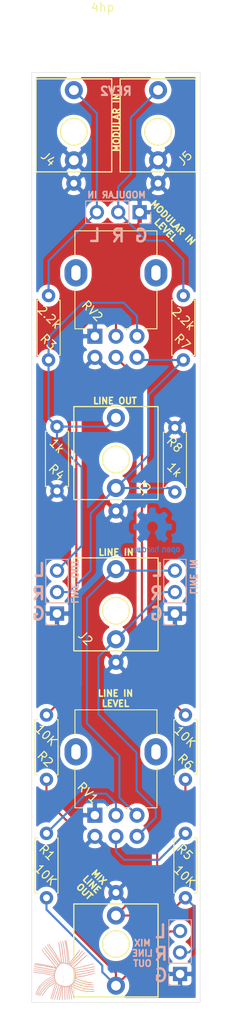
<source format=kicad_pcb>
(kicad_pcb (version 20171130) (host pcbnew "(5.1.6-0-10_14)")
  (layers (0 F.Cu signal) (31 B.Cu signal) (34 B.Paste user) (35 F.Paste user) (36 B.SilkS user) (37 F.SilkS user) (38 B.Mask user) (39 F.Mask user) (44 Edge.Cuts user))
  (net 0 "")
  (net 1 "Net-(J4-Pad3)")
  (net 2 GND)
  (net 3 "Net-(J5-Pad3)")
  (net 4 "Net-(J1-PadT)")
  (net 5 "Net-(R1-Pad1)")
  (net 6 "Net-(R2-Pad1)")
  (net 7 "Net-(J3-PadT)")
  (net 8 "Net-(J1-PadR)")
  (net 9 "Net-(R5-Pad1)")
  (net 10 "Net-(R6-Pad1)")
  (net 11 "Net-(J3-PadR)")
  (net 12 "Net-(J2-PadT)")
  (net 13 "Net-(J2-PadR)")
  (module Symbol:OSHW-Logo2_7.3x6mm_Copper (layer B.Cu) (at 64.3382 104.2162 180)
    (fp_text reference REF** hide)
    (fp_text value OSHW-Logo2_7.3x6mm_Copper hide)
    (fp_poly (pts (xy -2.400256 -1.919918) (xy -2.344799 -1.947568) (xy -2.295852 -1.99848) (xy -2.282371 -2.017338) (xy -2.267686 -2.042015) (xy -2.258158 -2.068816) (xy -2.252707 -2.104587) (xy -2.250253 -2.156169) (xy -2.249714 -2.224267) (xy -2.252148 -2.317588) (xy -2.260606 -2.387657) (xy -2.276826 -2.439931) (xy -2.302546 -2.479869) (xy -2.339503 -2.512929) (xy -2.342218 -2.514886) (xy -2.37864 -2.534908) (xy -2.422498 -2.544815) (xy -2.478276 -2.547257) (xy -2.568952 -2.547257) (xy -2.56899 -2.635283) (xy -2.569834 -2.684308) (xy -2.574976 -2.713065) (xy -2.588413 -2.730311) (xy -2.614142 -2.744808) (xy -2.620321 -2.747769) (xy -2.649236 -2.761648) (xy -2.671624 -2.770414) (xy -2.688271 -2.771171) (xy -2.699964 -2.761023) (xy -2.70749 -2.737073) (xy -2.711634 -2.696426) (xy -2.713185 -2.636186) (xy -2.712929 -2.553455) (xy -2.711651 -2.445339) (xy -2.711252 -2.413) (xy -2.709815 -2.301524) (xy -2.708528 -2.228603) (xy -2.569029 -2.228603) (xy -2.568245 -2.290499) (xy -2.56476 -2.330997) (xy -2.556876 -2.357708) (xy -2.542895 -2.378244) (xy -2.533403 -2.38826) (xy -2.494596 -2.417567) (xy -2.460237 -2.419952) (xy -2.424784 -2.39575) (xy -2.423886 -2.394857) (xy -2.409461 -2.376153) (xy -2.400687 -2.350732) (xy -2.396261 -2.311584) (xy -2.394882 -2.251697) (xy -2.394857 -2.23843) (xy -2.398188 -2.155901) (xy -2.409031 -2.098691) (xy -2.42866 -2.063766) (xy -2.45835 -2.048094) (xy -2.475509 -2.046514) (xy -2.516234 -2.053926) (xy -2.544168 -2.07833) (xy -2.560983 -2.12298) (xy -2.56835 -2.19113) (xy -2.569029 -2.228603) (xy -2.708528 -2.228603) (xy -2.708292 -2.215245) (xy -2.706323 -2.150333) (xy -2.70355 -2.102958) (xy -2.699612 -2.06929) (xy -2.694151 -2.045498) (xy -2.686808 -2.027753) (xy -2.677223 -2.012224) (xy -2.673113 -2.006381) (xy -2.618595 -1.951185) (xy -2.549664 -1.91989) (xy -2.469928 -1.911165) (xy -2.400256 -1.919918)) (layer B.Cu) (width 0.01))
    (fp_poly (pts (xy -1.283907 -1.92778) (xy -1.237328 -1.954723) (xy -1.204943 -1.981466) (xy -1.181258 -2.009484) (xy -1.164941 -2.043748) (xy -1.154661 -2.089227) (xy -1.149086 -2.150892) (xy -1.146884 -2.233711) (xy -1.146629 -2.293246) (xy -1.146629 -2.512391) (xy -1.208314 -2.540044) (xy -1.27 -2.567697) (xy -1.277257 -2.32767) (xy -1.280256 -2.238028) (xy -1.283402 -2.172962) (xy -1.287299 -2.128026) (xy -1.292553 -2.09877) (xy -1.299769 -2.080748) (xy -1.30955 -2.069511) (xy -1.312688 -2.067079) (xy -1.360239 -2.048083) (xy -1.408303 -2.0556) (xy -1.436914 -2.075543) (xy -1.448553 -2.089675) (xy -1.456609 -2.10822) (xy -1.461729 -2.136334) (xy -1.464559 -2.179173) (xy -1.465744 -2.241895) (xy -1.465943 -2.307261) (xy -1.465982 -2.389268) (xy -1.467386 -2.447316) (xy -1.472086 -2.486465) (xy -1.482013 -2.51178) (xy -1.499097 -2.528323) (xy -1.525268 -2.541156) (xy -1.560225 -2.554491) (xy -1.598404 -2.569007) (xy -1.593859 -2.311389) (xy -1.592029 -2.218519) (xy -1.589888 -2.149889) (xy -1.586819 -2.100711) (xy -1.582206 -2.066198) (xy -1.575432 -2.041562) (xy -1.565881 -2.022016) (xy -1.554366 -2.00477) (xy -1.49881 -1.94968) (xy -1.43102 -1.917822) (xy -1.357287 -1.910191) (xy -1.283907 -1.92778)) (layer B.Cu) (width 0.01))
    (fp_poly (pts (xy -2.958885 -1.921962) (xy -2.890855 -1.957733) (xy -2.840649 -2.015301) (xy -2.822815 -2.052312) (xy -2.808937 -2.107882) (xy -2.801833 -2.178096) (xy -2.80116 -2.254727) (xy -2.806573 -2.329552) (xy -2.81773 -2.394342) (xy -2.834286 -2.440873) (xy -2.839374 -2.448887) (xy -2.899645 -2.508707) (xy -2.971231 -2.544535) (xy -3.048908 -2.55502) (xy -3.127452 -2.53881) (xy -3.149311 -2.529092) (xy -3.191878 -2.499143) (xy -3.229237 -2.459433) (xy -3.232768 -2.454397) (xy -3.247119 -2.430124) (xy -3.256606 -2.404178) (xy -3.26221 -2.370022) (xy -3.264914 -2.321119) (xy -3.265701 -2.250935) (xy -3.265714 -2.2352) (xy -3.265678 -2.230192) (xy -3.120571 -2.230192) (xy -3.119727 -2.29643) (xy -3.116404 -2.340386) (xy -3.109417 -2.368779) (xy -3.097584 -2.388325) (xy -3.091543 -2.394857) (xy -3.056814 -2.41968) (xy -3.023097 -2.418548) (xy -2.989005 -2.397016) (xy -2.968671 -2.374029) (xy -2.956629 -2.340478) (xy -2.949866 -2.287569) (xy -2.949402 -2.281399) (xy -2.948248 -2.185513) (xy -2.960312 -2.114299) (xy -2.98543 -2.068194) (xy -3.02344 -2.047635) (xy -3.037008 -2.046514) (xy -3.072636 -2.052152) (xy -3.097006 -2.071686) (xy -3.111907 -2.109042) (xy -3.119125 -2.16815) (xy -3.120571 -2.230192) (xy -3.265678 -2.230192) (xy -3.265174 -2.160413) (xy -3.262904 -2.108159) (xy -3.257932 -2.071949) (xy -3.249287 -2.045299) (xy -3.235995 -2.021722) (xy -3.233057 -2.017338) (xy -3.183687 -1.958249) (xy -3.129891 -1.923947) (xy -3.064398 -1.910331) (xy -3.042158 -1.909665) (xy -2.958885 -1.921962)) (layer B.Cu) (width 0.01))
    (fp_poly (pts (xy -1.831697 -1.931239) (xy -1.774473 -1.969735) (xy -1.730251 -2.025335) (xy -1.703833 -2.096086) (xy -1.69849 -2.148162) (xy -1.699097 -2.169893) (xy -1.704178 -2.186531) (xy -1.718145 -2.201437) (xy -1.745411 -2.217973) (xy -1.790388 -2.239498) (xy -1.857489 -2.269374) (xy -1.857829 -2.269524) (xy -1.919593 -2.297813) (xy -1.970241 -2.322933) (xy -2.004596 -2.342179) (xy -2.017482 -2.352848) (xy -2.017486 -2.352934) (xy -2.006128 -2.376166) (xy -1.979569 -2.401774) (xy -1.949077 -2.420221) (xy -1.93363 -2.423886) (xy -1.891485 -2.411212) (xy -1.855192 -2.379471) (xy -1.837483 -2.344572) (xy -1.820448 -2.318845) (xy -1.787078 -2.289546) (xy -1.747851 -2.264235) (xy -1.713244 -2.250471) (xy -1.706007 -2.249714) (xy -1.697861 -2.26216) (xy -1.69737 -2.293972) (xy -1.703357 -2.336866) (xy -1.714643 -2.382558) (xy -1.73005 -2.422761) (xy -1.730829 -2.424322) (xy -1.777196 -2.489062) (xy -1.837289 -2.533097) (xy -1.905535 -2.554711) (xy -1.976362 -2.552185) (xy -2.044196 -2.523804) (xy -2.047212 -2.521808) (xy -2.100573 -2.473448) (xy -2.13566 -2.410352) (xy -2.155078 -2.327387) (xy -2.157684 -2.304078) (xy -2.162299 -2.194055) (xy -2.156767 -2.142748) (xy -2.017486 -2.142748) (xy -2.015676 -2.174753) (xy -2.005778 -2.184093) (xy -1.981102 -2.177105) (xy -1.942205 -2.160587) (xy -1.898725 -2.139881) (xy -1.897644 -2.139333) (xy -1.860791 -2.119949) (xy -1.846 -2.107013) (xy -1.849647 -2.093451) (xy -1.865005 -2.075632) (xy -1.904077 -2.049845) (xy -1.946154 -2.04795) (xy -1.983897 -2.066717) (xy -2.009966 -2.102915) (xy -2.017486 -2.142748) (xy -2.156767 -2.142748) (xy -2.152806 -2.106027) (xy -2.12845 -2.036212) (xy -2.094544 -1.987302) (xy -2.033347 -1.937878) (xy -1.965937 -1.913359) (xy -1.89712 -1.911797) (xy -1.831697 -1.931239)) (layer B.Cu) (width 0.01))
    (fp_poly (pts (xy -0.624114 -1.851289) (xy -0.619861 -1.910613) (xy -0.614975 -1.945572) (xy -0.608205 -1.96082) (xy -0.598298 -1.961015) (xy -0.595086 -1.959195) (xy -0.552356 -1.946015) (xy -0.496773 -1.946785) (xy -0.440263 -1.960333) (xy -0.404918 -1.977861) (xy -0.368679 -2.005861) (xy -0.342187 -2.037549) (xy -0.324001 -2.077813) (xy -0.312678 -2.131543) (xy -0.306778 -2.203626) (xy -0.304857 -2.298951) (xy -0.304823 -2.317237) (xy -0.3048 -2.522646) (xy -0.350509 -2.53858) (xy -0.382973 -2.54942) (xy -0.400785 -2.554468) (xy -0.401309 -2.554514) (xy -0.403063 -2.540828) (xy -0.404556 -2.503076) (xy -0.405674 -2.446224) (xy -0.406303 -2.375234) (xy -0.4064 -2.332073) (xy -0.406602 -2.246973) (xy -0.407642 -2.185981) (xy -0.410169 -2.144177) (xy -0.414836 -2.116642) (xy -0.422293 -2.098456) (xy -0.433189 -2.084698) (xy -0.439993 -2.078073) (xy -0.486728 -2.051375) (xy -0.537728 -2.049375) (xy -0.583999 -2.071955) (xy -0.592556 -2.080107) (xy -0.605107 -2.095436) (xy -0.613812 -2.113618) (xy -0.619369 -2.139909) (xy -0.622474 -2.179562) (xy -0.623824 -2.237832) (xy -0.624114 -2.318173) (xy -0.624114 -2.522646) (xy -0.669823 -2.53858) (xy -0.702287 -2.54942) (xy -0.720099 -2.554468) (xy -0.720623 -2.554514) (xy -0.721963 -2.540623) (xy -0.723172 -2.501439) (xy -0.724199 -2.4407) (xy -0.724998 -2.362141) (xy -0.725519 -2.269498) (xy -0.725714 -2.166509) (xy -0.725714 -1.769342) (xy -0.678543 -1.749444) (xy -0.631371 -1.729547) (xy -0.624114 -1.851289)) (layer B.Cu) (width 0.01))
    (fp_poly (pts (xy 0.039744 -1.950968) (xy 0.096616 -1.972087) (xy 0.097267 -1.972493) (xy 0.13244 -1.99838) (xy 0.158407 -2.028633) (xy 0.17667 -2.068058) (xy 0.188732 -2.121462) (xy 0.196096 -2.193651) (xy 0.200264 -2.289432) (xy 0.200629 -2.303078) (xy 0.205876 -2.508842) (xy 0.161716 -2.531678) (xy 0.129763 -2.54711) (xy 0.11047 -2.554423) (xy 0.109578 -2.554514) (xy 0.106239 -2.541022) (xy 0.103587 -2.504626) (xy 0.101956 -2.451452) (xy 0.1016 -2.408393) (xy 0.101592 -2.338641) (xy 0.098403 -2.294837) (xy 0.087288 -2.273944) (xy 0.063501 -2.272925) (xy 0.022296 -2.288741) (xy -0.039914 -2.317815) (xy -0.085659 -2.341963) (xy -0.109187 -2.362913) (xy -0.116104 -2.385747) (xy -0.116114 -2.386877) (xy -0.104701 -2.426212) (xy -0.070908 -2.447462) (xy -0.019191 -2.450539) (xy 0.018061 -2.450006) (xy 0.037703 -2.460735) (xy 0.049952 -2.486505) (xy 0.057002 -2.519337) (xy 0.046842 -2.537966) (xy 0.043017 -2.540632) (xy 0.007001 -2.55134) (xy -0.043434 -2.552856) (xy -0.095374 -2.545759) (xy -0.132178 -2.532788) (xy -0.183062 -2.489585) (xy -0.211986 -2.429446) (xy -0.217714 -2.382462) (xy -0.213343 -2.340082) (xy -0.197525 -2.305488) (xy -0.166203 -2.274763) (xy -0.115322 -2.24399) (xy -0.040824 -2.209252) (xy -0.036286 -2.207288) (xy 0.030821 -2.176287) (xy 0.072232 -2.150862) (xy 0.089981 -2.128014) (xy 0.086107 -2.104745) (xy 0.062643 -2.078056) (xy 0.055627 -2.071914) (xy 0.00863 -2.0481) (xy -0.040067 -2.049103) (xy -0.082478 -2.072451) (xy -0.110616 -2.115675) (xy -0.113231 -2.12416) (xy -0.138692 -2.165308) (xy -0.170999 -2.185128) (xy -0.217714 -2.20477) (xy -0.217714 -2.15395) (xy -0.203504 -2.080082) (xy -0.161325 -2.012327) (xy -0.139376 -1.989661) (xy -0.089483 -1.960569) (xy -0.026033 -1.9474) (xy 0.039744 -1.950968)) (layer B.Cu) (width 0.01))
    (fp_poly (pts (xy 0.529926 -1.949755) (xy 0.595858 -1.974084) (xy 0.649273 -2.017117) (xy 0.670164 -2.047409) (xy 0.692939 -2.102994) (xy 0.692466 -2.143186) (xy 0.668562 -2.170217) (xy 0.659717 -2.174813) (xy 0.62153 -2.189144) (xy 0.602028 -2.185472) (xy 0.595422 -2.161407) (xy 0.595086 -2.148114) (xy 0.582992 -2.09921) (xy 0.551471 -2.064999) (xy 0.507659 -2.048476) (xy 0.458695 -2.052634) (xy 0.418894 -2.074227) (xy 0.40545 -2.086544) (xy 0.395921 -2.101487) (xy 0.389485 -2.124075) (xy 0.385317 -2.159328) (xy 0.382597 -2.212266) (xy 0.380502 -2.287907) (xy 0.37996 -2.311857) (xy 0.377981 -2.39379) (xy 0.375731 -2.451455) (xy 0.372357 -2.489608) (xy 0.367006 -2.513004) (xy 0.358824 -2.526398) (xy 0.346959 -2.534545) (xy 0.339362 -2.538144) (xy 0.307102 -2.550452) (xy 0.288111 -2.554514) (xy 0.281836 -2.540948) (xy 0.278006 -2.499934) (xy 0.2766 -2.430999) (xy 0.277598 -2.333669) (xy 0.277908 -2.318657) (xy 0.280101 -2.229859) (xy 0.282693 -2.165019) (xy 0.286382 -2.119067) (xy 0.291864 -2.086935) (xy 0.299835 -2.063553) (xy 0.310993 -2.043852) (xy 0.31683 -2.03541) (xy 0.350296 -1.998057) (xy 0.387727 -1.969003) (xy 0.392309 -1.966467) (xy 0.459426 -1.946443) (xy 0.529926 -1.949755)) (layer B.Cu) (width 0.01))
    (fp_poly (pts (xy 1.190117 -2.065358) (xy 1.189933 -2.173837) (xy 1.189219 -2.257287) (xy 1.187675 -2.319704) (xy 1.185001 -2.365085) (xy 1.180894 -2.397429) (xy 1.175055 -2.420733) (xy 1.167182 -2.438995) (xy 1.161221 -2.449418) (xy 1.111855 -2.505945) (xy 1.049264 -2.541377) (xy 0.980013 -2.55409) (xy 0.910668 -2.542463) (xy 0.869375 -2.521568) (xy 0.826025 -2.485422) (xy 0.796481 -2.441276) (xy 0.778655 -2.383462) (xy 0.770463 -2.306313) (xy 0.769302 -2.249714) (xy 0.769458 -2.245647) (xy 0.870857 -2.245647) (xy 0.871476 -2.31055) (xy 0.874314 -2.353514) (xy 0.88084 -2.381622) (xy 0.892523 -2.401953) (xy 0.906483 -2.417288) (xy 0.953365 -2.44689) (xy 1.003701 -2.449419) (xy 1.051276 -2.424705) (xy 1.054979 -2.421356) (xy 1.070783 -2.403935) (xy 1.080693 -2.383209) (xy 1.086058 -2.352362) (xy 1.088228 -2.304577) (xy 1.088571 -2.251748) (xy 1.087827 -2.185381) (xy 1.084748 -2.141106) (xy 1.078061 -2.112009) (xy 1.066496 -2.091173) (xy 1.057013 -2.080107) (xy 1.01296 -2.052198) (xy 0.962224 -2.048843) (xy 0.913796 -2.070159) (xy 0.90445 -2.078073) (xy 0.88854 -2.095647) (xy 0.87861 -2.116587) (xy 0.873278 -2.147782) (xy 0.871163 -2.196122) (xy 0.870857 -2.245647) (xy 0.769458 -2.245647) (xy 0.77281 -2.158568) (xy 0.784726 -2.090086) (xy 0.807135 -2.0386) (xy 0.842124 -1.998443) (xy 0.869375 -1.977861) (xy 0.918907 -1.955625) (xy 0.976316 -1.945304) (xy 1.029682 -1.948067) (xy 1.059543 -1.959212) (xy 1.071261 -1.962383) (xy 1.079037 -1.950557) (xy 1.084465 -1.918866) (xy 1.088571 -1.870593) (xy 1.093067 -1.816829) (xy 1.099313 -1.784482) (xy 1.110676 -1.765985) (xy 1.130528 -1.75377) (xy 1.143 -1.748362) (xy 1.190171 -1.728601) (xy 1.190117 -2.065358)) (layer B.Cu) (width 0.01))
    (fp_poly (pts (xy 1.779833 -1.958663) (xy 1.782048 -1.99685) (xy 1.783784 -2.054886) (xy 1.784899 -2.12818) (xy 1.785257 -2.205055) (xy 1.785257 -2.465196) (xy 1.739326 -2.511127) (xy 1.707675 -2.539429) (xy 1.67989 -2.550893) (xy 1.641915 -2.550168) (xy 1.62684 -2.548321) (xy 1.579726 -2.542948) (xy 1.540756 -2.539869) (xy 1.531257 -2.539585) (xy 1.499233 -2.541445) (xy 1.453432 -2.546114) (xy 1.435674 -2.548321) (xy 1.392057 -2.551735) (xy 1.362745 -2.54432) (xy 1.33368 -2.521427) (xy 1.323188 -2.511127) (xy 1.277257 -2.465196) (xy 1.277257 -1.978602) (xy 1.314226 -1.961758) (xy 1.346059 -1.949282) (xy 1.364683 -1.944914) (xy 1.369458 -1.958718) (xy 1.373921 -1.997286) (xy 1.377775 -2.056356) (xy 1.380722 -2.131663) (xy 1.382143 -2.195286) (xy 1.386114 -2.445657) (xy 1.420759 -2.450556) (xy 1.452268 -2.447131) (xy 1.467708 -2.436041) (xy 1.472023 -2.415308) (xy 1.475708 -2.371145) (xy 1.478469 -2.309146) (xy 1.480012 -2.234909) (xy 1.480235 -2.196706) (xy 1.480457 -1.976783) (xy 1.526166 -1.960849) (xy 1.558518 -1.950015) (xy 1.576115 -1.944962) (xy 1.576623 -1.944914) (xy 1.578388 -1.958648) (xy 1.580329 -1.99673) (xy 1.582282 -2.054482) (xy 1.584084 -2.127227) (xy 1.585343 -2.195286) (xy 1.589314 -2.445657) (xy 1.6764 -2.445657) (xy 1.680396 -2.21724) (xy 1.684392 -1.988822) (xy 1.726847 -1.966868) (xy 1.758192 -1.951793) (xy 1.776744 -1.944951) (xy 1.777279 -1.944914) (xy 1.779833 -1.958663)) (layer B.Cu) (width 0.01))
    (fp_poly (pts (xy 2.144876 -1.956335) (xy 2.186667 -1.975344) (xy 2.219469 -1.998378) (xy 2.243503 -2.024133) (xy 2.260097 -2.057358) (xy 2.270577 -2.1028) (xy 2.276271 -2.165207) (xy 2.278507 -2.249327) (xy 2.278743 -2.304721) (xy 2.278743 -2.520826) (xy 2.241774 -2.53767) (xy 2.212656 -2.549981) (xy 2.198231 -2.554514) (xy 2.195472 -2.541025) (xy 2.193282 -2.504653) (xy 2.191942 -2.451542) (xy 2.191657 -2.409372) (xy 2.190434 -2.348447) (xy 2.187136 -2.300115) (xy 2.182321 -2.270518) (xy 2.178496 -2.264229) (xy 2.152783 -2.270652) (xy 2.112418 -2.287125) (xy 2.065679 -2.309458) (xy 2.020845 -2.333457) (xy 1.986193 -2.35493) (xy 1.970002 -2.369685) (xy 1.969938 -2.369845) (xy 1.97133 -2.397152) (xy 1.983818 -2.423219) (xy 2.005743 -2.444392) (xy 2.037743 -2.451474) (xy 2.065092 -2.450649) (xy 2.103826 -2.450042) (xy 2.124158 -2.459116) (xy 2.136369 -2.483092) (xy 2.137909 -2.487613) (xy 2.143203 -2.521806) (xy 2.129047 -2.542568) (xy 2.092148 -2.552462) (xy 2.052289 -2.554292) (xy 1.980562 -2.540727) (xy 1.943432 -2.521355) (xy 1.897576 -2.475845) (xy 1.873256 -2.419983) (xy 1.871073 -2.360957) (xy 1.891629 -2.305953) (xy 1.922549 -2.271486) (xy 1.95342 -2.252189) (xy 2.001942 -2.227759) (xy 2.058485 -2.202985) (xy 2.06791 -2.199199) (xy 2.130019 -2.171791) (xy 2.165822 -2.147634) (xy 2.177337 -2.123619) (xy 2.16658 -2.096635) (xy 2.148114 -2.075543) (xy 2.104469 -2.049572) (xy 2.056446 -2.047624) (xy 2.012406 -2.067637) (xy 1.980709 -2.107551) (xy 1.976549 -2.117848) (xy 1.952327 -2.155724) (xy 1.916965 -2.183842) (xy 1.872343 -2.206917) (xy 1.872343 -2.141485) (xy 1.874969 -2.101506) (xy 1.88623 -2.069997) (xy 1.911199 -2.036378) (xy 1.935169 -2.010484) (xy 1.972441 -1.973817) (xy 2.001401 -1.954121) (xy 2.032505 -1.94622) (xy 2.067713 -1.944914) (xy 2.144876 -1.956335)) (layer B.Cu) (width 0.01))
    (fp_poly (pts (xy 2.6526 -1.958752) (xy 2.669948 -1.966334) (xy 2.711356 -1.999128) (xy 2.746765 -2.046547) (xy 2.768664 -2.097151) (xy 2.772229 -2.122098) (xy 2.760279 -2.156927) (xy 2.734067 -2.175357) (xy 2.705964 -2.186516) (xy 2.693095 -2.188572) (xy 2.686829 -2.173649) (xy 2.674456 -2.141175) (xy 2.669028 -2.126502) (xy 2.63859 -2.075744) (xy 2.59452 -2.050427) (xy 2.53801 -2.051206) (xy 2.533825 -2.052203) (xy 2.503655 -2.066507) (xy 2.481476 -2.094393) (xy 2.466327 -2.139287) (xy 2.45725 -2.204615) (xy 2.453286 -2.293804) (xy 2.452914 -2.341261) (xy 2.45273 -2.416071) (xy 2.451522 -2.467069) (xy 2.448309 -2.499471) (xy 2.442109 -2.518495) (xy 2.43194 -2.529356) (xy 2.416819 -2.537272) (xy 2.415946 -2.53767) (xy 2.386828 -2.549981) (xy 2.372403 -2.554514) (xy 2.370186 -2.540809) (xy 2.368289 -2.502925) (xy 2.366847 -2.445715) (xy 2.365998 -2.374027) (xy 2.365829 -2.321565) (xy 2.366692 -2.220047) (xy 2.37007 -2.143032) (xy 2.377142 -2.086023) (xy 2.389088 -2.044526) (xy 2.40709 -2.014043) (xy 2.432327 -1.99008) (xy 2.457247 -1.973355) (xy 2.517171 -1.951097) (xy 2.586911 -1.946076) (xy 2.6526 -1.958752)) (layer B.Cu) (width 0.01))
    (fp_poly (pts (xy 3.153595 -1.966966) (xy 3.211021 -2.004497) (xy 3.238719 -2.038096) (xy 3.260662 -2.099064) (xy 3.262405 -2.147308) (xy 3.258457 -2.211816) (xy 3.109686 -2.276934) (xy 3.037349 -2.310202) (xy 2.990084 -2.336964) (xy 2.965507 -2.360144) (xy 2.961237 -2.382667) (xy 2.974889 -2.407455) (xy 2.989943 -2.423886) (xy 3.033746 -2.450235) (xy 3.081389 -2.452081) (xy 3.125145 -2.431546) (xy 3.157289 -2.390752) (xy 3.163038 -2.376347) (xy 3.190576 -2.331356) (xy 3.222258 -2.312182) (xy 3.265714 -2.295779) (xy 3.265714 -2.357966) (xy 3.261872 -2.400283) (xy 3.246823 -2.435969) (xy 3.21528 -2.476943) (xy 3.210592 -2.482267) (xy 3.175506 -2.51872) (xy 3.145347 -2.538283) (xy 3.107615 -2.547283) (xy 3.076335 -2.55023) (xy 3.020385 -2.550965) (xy 2.980555 -2.54166) (xy 2.955708 -2.527846) (xy 2.916656 -2.497467) (xy 2.889625 -2.464613) (xy 2.872517 -2.423294) (xy 2.863238 -2.367521) (xy 2.859693 -2.291305) (xy 2.85941 -2.252622) (xy 2.860372 -2.206247) (xy 2.948007 -2.206247) (xy 2.949023 -2.231126) (xy 2.951556 -2.2352) (xy 2.968274 -2.229665) (xy 3.004249 -2.215017) (xy 3.052331 -2.19419) (xy 3.062386 -2.189714) (xy 3.123152 -2.158814) (xy 3.156632 -2.131657) (xy 3.16399 -2.10622) (xy 3.146391 -2.080481) (xy 3.131856 -2.069109) (xy 3.07941 -2.046364) (xy 3.030322 -2.050122) (xy 2.989227 -2.077884) (xy 2.960758 -2.127152) (xy 2.951631 -2.166257) (xy 2.948007 -2.206247) (xy 2.860372 -2.206247) (xy 2.861285 -2.162249) (xy 2.868196 -2.095384) (xy 2.881884 -2.046695) (xy 2.904096 -2.010849) (xy 2.936574 -1.982513) (xy 2.950733 -1.973355) (xy 3.015053 -1.949507) (xy 3.085473 -1.948006) (xy 3.153595 -1.966966)) (layer B.Cu) (width 0.01))
    (fp_poly (pts (xy 0.10391 2.757652) (xy 0.182454 2.757222) (xy 0.239298 2.756058) (xy 0.278105 2.753793) (xy 0.302538 2.75006) (xy 0.316262 2.744494) (xy 0.32294 2.736727) (xy 0.326236 2.726395) (xy 0.326556 2.725057) (xy 0.331562 2.700921) (xy 0.340829 2.653299) (xy 0.353392 2.587259) (xy 0.368287 2.507872) (xy 0.384551 2.420204) (xy 0.385119 2.417125) (xy 0.40141 2.331211) (xy 0.416652 2.255304) (xy 0.429861 2.193955) (xy 0.440054 2.151718) (xy 0.446248 2.133145) (xy 0.446543 2.132816) (xy 0.464788 2.123747) (xy 0.502405 2.108633) (xy 0.551271 2.090738) (xy 0.551543 2.090642) (xy 0.613093 2.067507) (xy 0.685657 2.038035) (xy 0.754057 2.008403) (xy 0.757294 2.006938) (xy 0.868702 1.956374) (xy 1.115399 2.12484) (xy 1.191077 2.176197) (xy 1.259631 2.222111) (xy 1.317088 2.25997) (xy 1.359476 2.287163) (xy 1.382825 2.301079) (xy 1.385042 2.302111) (xy 1.40201 2.297516) (xy 1.433701 2.275345) (xy 1.481352 2.234553) (xy 1.546198 2.174095) (xy 1.612397 2.109773) (xy 1.676214 2.046388) (xy 1.733329 1.988549) (xy 1.780305 1.939825) (xy 1.813703 1.90379) (xy 1.830085 1.884016) (xy 1.830694 1.882998) (xy 1.832505 1.869428) (xy 1.825683 1.847267) (xy 1.80854 1.813522) (xy 1.779393 1.7652) (xy 1.736555 1.699308) (xy 1.679448 1.614483) (xy 1.628766 1.539823) (xy 1.583461 1.47286) (xy 1.54615 1.417484) (xy 1.519452 1.37758) (xy 1.505985 1.357038) (xy 1.505137 1.355644) (xy 1.506781 1.335962) (xy 1.519245 1.297707) (xy 1.540048 1.248111) (xy 1.547462 1.232272) (xy 1.579814 1.16171) (xy 1.614328 1.081647) (xy 1.642365 1.012371) (xy 1.662568 0.960955) (xy 1.678615 0.921881) (xy 1.687888 0.901459) (xy 1.689041 0.899886) (xy 1.706096 0.897279) (xy 1.746298 0.890137) (xy 1.804302 0.879477) (xy 1.874763 0.866315) (xy 1.952335 0.851667) (xy 2.031672 0.836551) (xy 2.107431 0.821982) (xy 2.174264 0.808978) (xy 2.226828 0.798555) (xy 2.259776 0.79173) (xy 2.267857 0.789801) (xy 2.276205 0.785038) (xy 2.282506 0.774282) (xy 2.287045 0.753902) (xy 2.290104 0.720266) (xy 2.291967 0.669745) (xy 2.292918 0.598708) (xy 2.29324 0.503524) (xy 2.293257 0.464508) (xy 2.293257 0.147201) (xy 2.217057 0.132161) (xy 2.174663 0.124005) (xy 2.1114 0.112101) (xy 2.034962 0.097884) (xy 1.953043 0.08279) (xy 1.9304 0.078645) (xy 1.854806 0.063947) (xy 1.788953 0.049495) (xy 1.738366 0.036625) (xy 1.708574 0.026678) (xy 1.703612 0.023713) (xy 1.691426 0.002717) (xy 1.673953 -0.037967) (xy 1.654577 -0.090322) (xy 1.650734 -0.1016) (xy 1.625339 -0.171523) (xy 1.593817 -0.250418) (xy 1.562969 -0.321266) (xy 1.562817 -0.321595) (xy 1.511447 -0.432733) (xy 1.680399 -0.681253) (xy 1.849352 -0.929772) (xy 1.632429 -1.147058) (xy 1.566819 -1.211726) (xy 1.506979 -1.268733) (xy 1.456267 -1.315033) (xy 1.418046 -1.347584) (xy 1.395675 -1.363343) (xy 1.392466 -1.364343) (xy 1.373626 -1.356469) (xy 1.33518 -1.334578) (xy 1.28133 -1.301267) (xy 1.216276 -1.259131) (xy 1.14594 -1.211943) (xy 1.074555 -1.16381) (xy 1.010908 -1.121928) (xy 0.959041 -1.088871) (xy 0.922995 -1.067218) (xy 0.906867 -1.059543) (xy 0.887189 -1.066037) (xy 0.849875 -1.08315) (xy 0.802621 -1.107326) (xy 0.797612 -1.110013) (xy 0.733977 -1.141927) (xy 0.690341 -1.157579) (xy 0.663202 -1.157745) (xy 0.649057 -1.143204) (xy 0.648975 -1.143) (xy 0.641905 -1.125779) (xy 0.625042 -1.084899) (xy 0.599695 -1.023525) (xy 0.567171 -0.944819) (xy 0.528778 -0.851947) (xy 0.485822 -0.748072) (xy 0.444222 -0.647502) (xy 0.398504 -0.536516) (xy 0.356526 -0.433703) (xy 0.319548 -0.342215) (xy 0.288827 -0.265201) (xy 0.265622 -0.205815) (xy 0.25119 -0.167209) (xy 0.246743 -0.1528) (xy 0.257896 -0.136272) (xy 0.287069 -0.10993) (xy 0.325971 -0.080887) (xy 0.436757 0.010961) (xy 0.523351 0.116241) (xy 0.584716 0.232734) (xy 0.619815 0.358224) (xy 0.627608 0.490493) (xy 0.621943 0.551543) (xy 0.591078 0.678205) (xy 0.53792 0.790059) (xy 0.465767 0.885999) (xy 0.377917 0.964924) (xy 0.277665 1.02573) (xy 0.16831 1.067313) (xy 0.053147 1.088572) (xy -0.064525 1.088401) (xy -0.18141 1.065699) (xy -0.294211 1.019362) (xy -0.399631 0.948287) (xy -0.443632 0.908089) (xy -0.528021 0.804871) (xy -0.586778 0.692075) (xy -0.620296 0.57299) (xy -0.628965 0.450905) (xy -0.613177 0.329107) (xy -0.573322 0.210884) (xy -0.509793 0.099525) (xy -0.422979 -0.001684) (xy -0.325971 -0.080887) (xy -0.285563 -0.111162) (xy -0.257018 -0.137219) (xy -0.246743 -0.152825) (xy -0.252123 -0.169843) (xy -0.267425 -0.2105) (xy -0.291388 -0.271642) (xy -0.322756 -0.350119) (xy -0.360268 -0.44278) (xy -0.402667 -0.546472) (xy -0.444337 -0.647526) (xy -0.49031 -0.758607) (xy -0.532893 -0.861541) (xy -0.570779 -0.953165) (xy -0.60266 -1.030316) (xy -0.627229 -1.089831) (xy -0.64318 -1.128544) (xy -0.64909 -1.143) (xy -0.663052 -1.157685) (xy -0.69006 -1.157642) (xy -0.733587 -1.142099) (xy -0.79711 -1.110284) (xy -0.797612 -1.110013) (xy -0.84544 -1.085323) (xy -0.884103 -1.067338) (xy -0.905905 -1.059614) (xy -0.906867 -1.059543) (xy -0.923279 -1.067378) (xy -0.959513 -1.089165) (xy -1.011526 -1.122328) (xy -1.075275 -1.164291) (xy -1.14594 -1.211943) (xy -1.217884 -1.260191) (xy -1.282726 -1.302151) (xy -1.336265 -1.335227) (xy -1.374303 -1.356821) (xy -1.392467 -1.364343) (xy -1.409192 -1.354457) (xy -1.44282 -1.326826) (xy -1.48999 -1.284495) (xy -1.547342 -1.230505) (xy -1.611516 -1.167899) (xy -1.632503 -1.146983) (xy -1.849501 -0.929623) (xy -1.684332 -0.68722) (xy -1.634136 -0.612781) (xy -1.590081 -0.545972) (xy -1.554638 -0.490665) (xy -1.530281 -0.450729) (xy -1.519478 -0.430036) (xy -1.519162 -0.428563) (xy -1.524857 -0.409058) (xy -1.540174 -0.369822) (xy -1.562463 -0.31743) (xy -1.578107 -0.282355) (xy -1.607359 -0.215201) (xy -1.634906 -0.147358) (xy -1.656263 -0.090034) (xy -1.662065 -0.072572) (xy -1.678548 -0.025938) (xy -1.69466 0.010095) (xy -1.70351 0.023713) (xy -1.72304 0.032048) (xy -1.765666 0.043863) (xy -1.825855 0.057819) (xy -1.898078 0.072578) (xy -1.9304 0.078645) (xy -2.012478 0.093727) (xy -2.091205 0.108331) (xy -2.158891 0.12102) (xy -2.20784 0.130358) (xy -2.217057 0.132161) (xy -2.293257 0.147201) (xy -2.293257 0.464508) (xy -2.293086 0.568846) (xy -2.292384 0.647787) (xy -2.290866 0.704962) (xy -2.288251 0.744001) (xy -2.284254 0.768535) (xy -2.278591 0.782195) (xy -2.27098 0.788611) (xy -2.267857 0.789801) (xy -2.249022 0.79402) (xy -2.207412 0.802438) (xy -2.14837 0.814039) (xy -2.077243 0.827805) (xy -1.999375 0.84272) (xy -1.920113 0.857768) (xy -1.844802 0.871931) (xy -1.778787 0.884194) (xy -1.727413 0.893539) (xy -1.696025 0.89895) (xy -1.689041 0.899886) (xy -1.682715 0.912404) (xy -1.66871 0.945754) (xy -1.649645 0.993623) (xy -1.642366 1.012371) (xy -1.613004 1.084805) (xy -1.578429 1.16483) (xy -1.547463 1.232272) (xy -1.524677 1.283841) (xy -1.509518 1.326215) (xy -1.504458 1.352166) (xy -1.505264 1.355644) (xy -1.515959 1.372064) (xy -1.54038 1.408583) (xy -1.575905 1.461313) (xy -1.619913 1.526365) (xy -1.669783 1.599849) (xy -1.679644 1.614355) (xy -1.737508 1.700296) (xy -1.780044 1.765739) (xy -1.808946 1.813696) (xy -1.82591 1.84718) (xy -1.832633 1.869205) (xy -1.83081 1.882783) (xy -1.830764 1.882869) (xy -1.816414 1.900703) (xy -1.784677 1.935183) (xy -1.73899 1.982732) (xy -1.682796 2.039778) (xy -1.619532 2.102745) (xy -1.612398 2.109773) (xy -1.53267 2.18698) (xy -1.471143 2.24367) (xy -1.426579 2.28089) (xy -1.397743 2.299685) (xy -1.385042 2.302111) (xy -1.366506 2.291529) (xy -1.328039 2.267084) (xy -1.273614 2.231388) (xy -1.207202 2.187053) (xy -1.132775 2.136689) (xy -1.115399 2.12484) (xy -0.868703 1.956374) (xy -0.757294 2.006938) (xy -0.689543 2.036405) (xy -0.616817 2.066041) (xy -0.554297 2.08967) (xy -0.551543 2.090642) (xy -0.50264 2.108543) (xy -0.464943 2.12368) (xy -0.446575 2.13279) (xy -0.446544 2.132816) (xy -0.440715 2.149283) (xy -0.430808 2.189781) (xy -0.417805 2.249758) (xy -0.402691 2.32466) (xy -0.386448 2.409936) (xy -0.385119 2.417125) (xy -0.368825 2.504986) (xy -0.353867 2.58474) (xy -0.341209 2.651319) (xy -0.331814 2.699653) (xy -0.326646 2.724675) (xy -0.326556 2.725057) (xy -0.323411 2.735701) (xy -0.317296 2.743738) (xy -0.304547 2.749533) (xy -0.2815 2.753453) (xy -0.244491 2.755865) (xy -0.189856 2.757135) (xy -0.113933 2.757629) (xy -0.013056 2.757714) (xy 0 2.757714) (xy 0.10391 2.757652)) (layer B.Cu) (width 0.01))
  )
  (module modular:sun_small (layer B.Cu) (at 53.8607 156.1719 180)
    (fp_text reference G*** hide)
    (fp_text value LOGO hide)
  )
  (module Connector_PinHeader_2.54mm:PinHeader_1x03_P2.54mm_Vertical (layer B.Cu) (at 62.8142 66.5226 90)
    (fp_text reference J9 hide)
    (fp_text value Conn_01x03_Male)
    (pad 3 thru_hole oval (at 0 -5.08 90) (size 1.7 1.7) (drill 1) (layers *.Cu *.Mask) (net 1 "Net-(J4-Pad3)"))
    (pad 2 thru_hole oval (at 0 -2.54 90) (size 1.7 1.7) (drill 1) (layers *.Cu *.Mask) (net 3 "Net-(J5-Pad3)"))
    (pad 1 thru_hole rect (at 0 0 90) (size 1.7 1.7) (drill 1) (layers *.Cu *.Mask) (net 2 GND))
  )
  (module Connector_PinHeader_2.54mm:PinHeader_1x03_P2.54mm_Vertical (layer B.Cu) (at 53 114)
    (fp_text reference J8 hide)
    (fp_text value Conn_01x03_Male)
    (pad 3 thru_hole oval (at 0 -5.08) (size 1.7 1.7) (drill 1) (layers *.Cu *.Mask) (net 7 "Net-(J3-PadT)"))
    (pad 2 thru_hole oval (at 0 -2.54) (size 1.7 1.7) (drill 1) (layers *.Cu *.Mask) (net 11 "Net-(J3-PadR)"))
    (pad 1 thru_hole rect (at 0 0) (size 1.7 1.7) (drill 1) (layers *.Cu *.Mask) (net 2 GND))
  )
  (module Connector_PinHeader_2.54mm:PinHeader_1x03_P2.54mm_Vertical (layer B.Cu) (at 67 114)
    (fp_text reference J7 hide)
    (fp_text value Conn_01x03_Male)
    (pad 3 thru_hole oval (at 0 -5.08) (size 1.7 1.7) (drill 1) (layers *.Cu *.Mask) (net 12 "Net-(J2-PadT)"))
    (pad 2 thru_hole oval (at 0 -2.54) (size 1.7 1.7) (drill 1) (layers *.Cu *.Mask) (net 13 "Net-(J2-PadR)"))
    (pad 1 thru_hole rect (at 0 0) (size 1.7 1.7) (drill 1) (layers *.Cu *.Mask) (net 2 GND))
  )
  (module Connector_PinHeader_2.54mm:PinHeader_1x03_P2.54mm_Vertical (layer B.Cu) (at 67.6148 156.6291)
    (fp_text reference J6 hide)
    (fp_text value Conn_01x03_Male)
    (pad 3 thru_hole oval (at 0 -5.08) (size 1.7 1.7) (drill 1) (layers *.Cu *.Mask) (net 4 "Net-(J1-PadT)"))
    (pad 2 thru_hole oval (at 0 -2.54) (size 1.7 1.7) (drill 1) (layers *.Cu *.Mask) (net 8 "Net-(J1-PadR)"))
    (pad 1 thru_hole rect (at 0 0) (size 1.7 1.7) (drill 1) (layers *.Cu *.Mask) (net 2 GND))
  )
  (module Potentiometer_THT:Potentiometer_Alpha_RD902F-40-00D_Dual_Vertical (layer F.Cu) (at 60 130.354597 90)
    (fp_text reference RV1 (at -4.8359 -3.3453 315) (layer F.SilkS))
    (fp_text value A10k)
    (pad 1 thru_hole rect (at -7.5 -2.5 180) (size 1.8 1.8) (drill 1) (layers *.Cu *.Mask) (net 2 GND))
    (pad 2 thru_hole circle (at -7.5 0 180) (size 1.8 1.8) (drill 1) (layers *.Cu *.Mask) (net 5 "Net-(R1-Pad1)"))
    (pad 3 thru_hole circle (at -7.5 2.5 180) (size 1.8 1.8) (drill 1) (layers *.Cu *.Mask) (net 12 "Net-(J2-PadT)"))
    (pad "" thru_hole oval (at 0 4.75 180) (size 2.72 3.24) (drill oval 1.1 1.8) (layers *.Cu *.Mask))
    (pad "" thru_hole oval (at 0 -4.75 180) (size 2.72 3.24) (drill oval 1.1 1.8) (layers *.Cu *.Mask))
    (pad 6 thru_hole circle (at -10 2.5 180) (size 1.8 1.8) (drill 1) (layers *.Cu *.Mask) (net 13 "Net-(J2-PadR)"))
    (pad 5 thru_hole circle (at -10 0 180) (size 1.8 1.8) (drill 1) (layers *.Cu *.Mask) (net 9 "Net-(R5-Pad1)"))
    (pad 4 thru_hole circle (at -10 -2.5 180) (size 1.8 1.8) (drill 1) (layers *.Cu *.Mask) (net 2 GND))
  )
  (module modular:Thonkiconn_stereo_small_holes (layer F.Cu) (at 60 95.766799)
    (fp_text reference J3 (at 3.3476 3.3773 45) (layer F.SilkS))
    (fp_text value "LINE OUT")
    (pad "" thru_hole circle (at 0 0) (size 3 3) (drill 3) (layers *.Cu *.Mask F.SilkS))
    (pad T thru_hole circle (at 0 -4.92) (size 2.15 2.15) (drill 1.15) (layers *.Cu *.Mask) (net 7 "Net-(J3-PadT)"))
    (pad R thru_hole circle (at 0 3.38) (size 2.15 2.15) (drill 1.15) (layers *.Cu *.Mask) (net 11 "Net-(J3-PadR)"))
    (pad S thru_hole circle (at 0 6.096) (size 1.8 1.8) (drill 0.8) (layers *.Cu *.Mask) (net 2 GND))
  )
  (module modular:Thonkiconn_stereo_small_holes (layer F.Cu) (at 60 113.660698)
    (fp_text reference J2 (at -3.612 3.2512 135) (layer F.SilkS))
    (fp_text value "LINE IN")
    (pad "" thru_hole circle (at 0 0) (size 3 3) (drill 3) (layers *.Cu *.Mask F.SilkS))
    (pad T thru_hole circle (at 0 -4.92) (size 2.15 2.15) (drill 1.15) (layers *.Cu *.Mask) (net 12 "Net-(J2-PadT)"))
    (pad R thru_hole circle (at 0 3.38) (size 2.15 2.15) (drill 1.15) (layers *.Cu *.Mask) (net 13 "Net-(J2-PadR)"))
    (pad S thru_hole circle (at 0 6.096) (size 1.8 1.8) (drill 0.8) (layers *.Cu *.Mask) (net 2 GND))
  )
  (module modular:Thonkiconn_stereo_small_holes (layer F.Cu) (at 60 153.0985 180)
    (fp_text reference J1 (at 3.7136 -4.9022 135) (layer F.SilkS))
    (fp_text value "MIX LINE OUT")
    (pad "" thru_hole circle (at 0 0 180) (size 3 3) (drill 3) (layers *.Cu *.Mask F.SilkS))
    (pad T thru_hole circle (at 0 -4.92 180) (size 2.15 2.15) (drill 1.15) (layers *.Cu *.Mask) (net 4 "Net-(J1-PadT)"))
    (pad R thru_hole circle (at 0 3.38 180) (size 2.15 2.15) (drill 1.15) (layers *.Cu *.Mask) (net 8 "Net-(J1-PadR)"))
    (pad S thru_hole circle (at 0 6.096 180) (size 1.8 1.8) (drill 0.8) (layers *.Cu *.Mask) (net 2 GND))
  )
  (module Potentiometer_THT:Potentiometer_Alpha_RD902F-40-00D_Dual_Vertical (layer F.Cu) (at 60 73.693899 90)
    (fp_text reference RV2 (at -4.5112 -2.8119 315) (layer F.SilkS))
    (fp_text value A10k)
    (pad 1 thru_hole rect (at -7.5 -2.5 180) (size 1.8 1.8) (drill 1) (layers *.Cu *.Mask) (net 2 GND))
    (pad 2 thru_hole circle (at -7.5 0 180) (size 1.8 1.8) (drill 1) (layers *.Cu *.Mask) (net 6 "Net-(R2-Pad1)"))
    (pad 3 thru_hole circle (at -7.5 2.5 180) (size 1.8 1.8) (drill 1) (layers *.Cu *.Mask) (net 7 "Net-(J3-PadT)"))
    (pad "" thru_hole oval (at 0 4.75 180) (size 2.72 3.24) (drill oval 1.1 1.8) (layers *.Cu *.Mask))
    (pad "" thru_hole oval (at 0 -4.75 180) (size 2.72 3.24) (drill oval 1.1 1.8) (layers *.Cu *.Mask))
    (pad 6 thru_hole circle (at -10 2.5 180) (size 1.8 1.8) (drill 1) (layers *.Cu *.Mask) (net 11 "Net-(J3-PadR)"))
    (pad 5 thru_hole circle (at -10 0 180) (size 1.8 1.8) (drill 1) (layers *.Cu *.Mask) (net 10 "Net-(R6-Pad1)"))
    (pad 4 thru_hole circle (at -10 -2.5 180) (size 1.8 1.8) (drill 1) (layers *.Cu *.Mask) (net 2 GND))
  )
  (module Resistor_THT:R_Axial_DIN0207_L6.3mm_D2.5mm_P7.62mm_Horizontal (layer F.Cu) (at 67 92 270)
    (fp_text reference R8 (at 2.0193 0.0381 135) (layer F.SilkS))
    (fp_text value 1k)
    (fp_text user %V (at 4.9911 0.0381 135) (layer F.SilkS))
    (pad 2 thru_hole oval (at 7.62 0 270) (size 1.6 1.6) (drill 0.8) (layers *.Cu *.Mask) (net 11 "Net-(J3-PadR)"))
    (pad 1 thru_hole circle (at 0 0 270) (size 1.6 1.6) (drill 0.8) (layers *.Cu *.Mask) (net 2 GND))
  )
  (module Resistor_THT:R_Axial_DIN0207_L6.3mm_D2.5mm_P7.62mm_Horizontal (layer F.Cu) (at 68 84 90)
    (fp_text reference R7 (at 2.159 -0.1143 135) (layer F.SilkS))
    (fp_text value 2.2k)
    (fp_text user %V (at 4.8895 0.0254 135) (layer F.SilkS))
    (pad 2 thru_hole oval (at 7.62 0 90) (size 1.6 1.6) (drill 0.8) (layers *.Cu *.Mask) (net 3 "Net-(J5-Pad3)"))
    (pad 1 thru_hole circle (at 0 0 90) (size 1.6 1.6) (drill 0.8) (layers *.Cu *.Mask) (net 11 "Net-(J3-PadR)"))
  )
  (module Resistor_THT:R_Axial_DIN0207_L6.3mm_D2.5mm_P7.62mm_Horizontal (layer F.Cu) (at 68.25 126 270)
    (fp_text reference R6 (at 5.5372 -0.0381 135) (layer F.SilkS))
    (fp_text value 10K)
    (fp_text user %V (at 2.5654 0.0254 135) (layer F.SilkS))
    (pad 2 thru_hole oval (at 7.62 0 270) (size 1.6 1.6) (drill 0.8) (layers *.Cu *.Mask) (net 8 "Net-(J1-PadR)"))
    (pad 1 thru_hole circle (at 0 0 270) (size 1.6 1.6) (drill 0.8) (layers *.Cu *.Mask) (net 10 "Net-(R6-Pad1)"))
  )
  (module Resistor_THT:R_Axial_DIN0207_L6.3mm_D2.5mm_P7.62mm_Horizontal (layer F.Cu) (at 68.25 140 270)
    (fp_text reference R5 (at 2.2098 0.0635 135) (layer F.SilkS))
    (fp_text value 10K)
    (fp_text user %V (at 5.0546 0.0635 135) (layer F.SilkS))
    (pad 2 thru_hole oval (at 7.62 0 270) (size 1.6 1.6) (drill 0.8) (layers *.Cu *.Mask) (net 8 "Net-(J1-PadR)"))
    (pad 1 thru_hole circle (at 0 0 270) (size 1.6 1.6) (drill 0.8) (layers *.Cu *.Mask) (net 9 "Net-(R5-Pad1)"))
  )
  (module Resistor_THT:R_Axial_DIN0207_L6.3mm_D2.5mm_P7.62mm_Horizontal (layer F.Cu) (at 53 99.5 90)
    (fp_text reference R4 (at 2.2352 -0.0508 135) (layer F.SilkS))
    (fp_text value 1k)
    (fp_text user %V (at 5.3467 -0.0127 135) (layer F.SilkS))
    (pad 2 thru_hole oval (at 7.62 0 90) (size 1.6 1.6) (drill 0.8) (layers *.Cu *.Mask) (net 7 "Net-(J3-PadT)"))
    (pad 1 thru_hole circle (at 0 0 90) (size 1.6 1.6) (drill 0.8) (layers *.Cu *.Mask) (net 2 GND))
  )
  (module Resistor_THT:R_Axial_DIN0207_L6.3mm_D2.5mm_P7.62mm_Horizontal (layer F.Cu) (at 52 84 90)
    (fp_text reference R3 (at 2.1336 -0.0381 135) (layer F.SilkS))
    (fp_text value 2.2k)
    (fp_text user %V (at 5.08 0.0889 135) (layer F.SilkS))
    (pad 2 thru_hole oval (at 7.62 0 90) (size 1.6 1.6) (drill 0.8) (layers *.Cu *.Mask) (net 1 "Net-(J4-Pad3)"))
    (pad 1 thru_hole circle (at 0 0 90) (size 1.6 1.6) (drill 0.8) (layers *.Cu *.Mask) (net 7 "Net-(J3-PadT)"))
  )
  (module Resistor_THT:R_Axial_DIN0207_L6.3mm_D2.5mm_P7.62mm_Horizontal (layer F.Cu) (at 51.75 126 270)
    (fp_text reference R2 (at 5.207 0.1397 135) (layer F.SilkS))
    (fp_text value 10K)
    (fp_text user %V (at 2.4003 0.0381 135) (layer F.SilkS))
    (pad 2 thru_hole oval (at 7.62 0 270) (size 1.6 1.6) (drill 0.8) (layers *.Cu *.Mask) (net 4 "Net-(J1-PadT)"))
    (pad 1 thru_hole circle (at 0 0 270) (size 1.6 1.6) (drill 0.8) (layers *.Cu *.Mask) (net 6 "Net-(R2-Pad1)"))
  )
  (module Resistor_THT:R_Axial_DIN0207_L6.3mm_D2.5mm_P7.62mm_Horizontal (layer F.Cu) (at 51.75 140 270)
    (fp_text reference R1 (at 2.2479 -0.0635 135) (layer F.SilkS))
    (fp_text value 10K)
    (fp_text user %V (at 4.9149 0.1016 135) (layer F.SilkS))
    (pad 2 thru_hole oval (at 7.62 0 270) (size 1.6 1.6) (drill 0.8) (layers *.Cu *.Mask) (net 4 "Net-(J1-PadT)"))
    (pad 1 thru_hole circle (at 0 0 270) (size 1.6 1.6) (drill 0.8) (layers *.Cu *.Mask) (net 5 "Net-(R1-Pad1)"))
  )
  (module modular:Thonkiconn_small_holes (layer F.Cu) (at 65 57)
    (fp_text reference J5 (at 3.199 3.1345 45) (layer F.SilkS))
    (fp_text value "MOD IN R")
    (pad "" thru_hole circle (at 0 0) (size 3 3) (drill 3) (layers *.Cu *.Mask F.SilkS))
    (pad 3 thru_hole circle (at 0 -4.92) (size 2.15 2.15) (drill 1.15) (layers *.Cu *.Mask) (net 3 "Net-(J5-Pad3)"))
    (pad 2 thru_hole circle (at 0 3.38) (size 2.15 2.15) (drill 1.15) (layers *.Cu *.Mask) (net 2 GND))
    (pad 1 thru_hole circle (at 0 6.096) (size 1.8 1.8) (drill 0.8) (layers *.Cu *.Mask) (net 2 GND))
  )
  (module modular:Thonkiconn_small_holes (layer F.Cu) (at 55 57)
    (fp_text reference J4 (at -3.0443 3.2234 135) (layer F.SilkS))
    (fp_text value "MOD IN L")
    (pad "" thru_hole circle (at 0 0) (size 3 3) (drill 3) (layers *.Cu *.Mask F.SilkS))
    (pad 3 thru_hole circle (at 0 -4.92) (size 2.15 2.15) (drill 1.15) (layers *.Cu *.Mask) (net 1 "Net-(J4-Pad3)"))
    (pad 2 thru_hole circle (at 0 3.38) (size 2.15 2.15) (drill 1.15) (layers *.Cu *.Mask) (net 2 GND))
    (pad 1 thru_hole circle (at 0 6.096) (size 1.8 1.8) (drill 0.8) (layers *.Cu *.Mask) (net 2 GND))
  )
  (gr_text REV2 (at 60 52.2) (layer B.SilkS) (effects (font (size 1 1) (thickness 0.25)) (justify mirror)))
  (gr_text "LINE IN\nLEVEL" (at 59.944 124.0409) (layer F.SilkS) (effects (font (size 0.75 0.75) (thickness 0.1875))))
  (gr_text "MODULAR IN\nLEVEL" (at 66.3321 68.1863 315) (layer F.SilkS) (effects (font (size 0.75 0.75) (thickness 0.1875))))
  (gr_text "MIX\nLINE\nOUT" (at 57.1246 146.0373 315) (layer F.SilkS) (effects (font (size 0.75 0.75) (thickness 0.1875))))
  (gr_text "LINE IN" (at 60.0202 106.7562) (layer F.SilkS) (effects (font (size 0.75 0.75) (thickness 0.1875))))
  (gr_text "LINE OUT" (at 59.8805 88.8365) (layer F.SilkS) (effects (font (size 0.75 0.75) (thickness 0.1875))))
  (gr_text "MODULAR IN" (at 60.071 55.9181 90) (layer F.SilkS) (effects (font (size 0.75 0.75) (thickness 0.1875))))
  (gr_text L (at 64.963657 108.839) (layer B.SilkS) (effects (font (size 1.5 1.5) (thickness 0.3)) (justify mirror)))
  (gr_text R (at 64.8208 111.6203) (layer B.SilkS) (effects (font (size 1.5 1.5) (thickness 0.3)) (justify mirror)))
  (gr_text G (at 64.8208 114.0206) (layer B.SilkS) (effects (font (size 1.5 1.5) (thickness 0.3)) (justify mirror)))
  (gr_text "MIX\nLINE\nOUT" (at 63.1444 154.178) (layer B.SilkS) (effects (font (size 0.75 0.75) (thickness 0.1875)) (justify mirror)))
  (gr_text "LINE IN" (at 69.1896 109.6518 270) (layer B.SilkS) (effects (font (size 0.75 0.75) (thickness 0.1875)) (justify mirror)))
  (gr_text "LINE OUT" (at 55.0799 110.236 270) (layer B.SilkS) (effects (font (size 0.75 0.75) (thickness 0.1875)) (justify mirror)))
  (gr_text L (at 65.3415 151.5999) (layer B.SilkS) (effects (font (size 1.5 1.5) (thickness 0.3)) (justify mirror)))
  (gr_text L (at 50.955557 108.839) (layer B.SilkS) (effects (font (size 1.5 1.5) (thickness 0.3)) (justify mirror)))
  (gr_text R (at 65.3542 154.2669) (layer B.SilkS) (effects (font (size 1.5 1.5) (thickness 0.3)) (justify mirror)))
  (gr_text R (at 50.8127 111.6203) (layer B.SilkS) (effects (font (size 1.5 1.5) (thickness 0.3)) (justify mirror)))
  (gr_text G (at 65.3542 156.7942) (layer B.SilkS) (effects (font (size 1.5 1.5) (thickness 0.3)) (justify mirror)))
  (gr_text G (at 50.8127 114.0206) (layer B.SilkS) (effects (font (size 1.5 1.5) (thickness 0.3)) (justify mirror)))
  (gr_text "MODULAR IN" (at 60.071 64.4779) (layer B.SilkS) (effects (font (size 0.75 0.75) (thickness 0.1875)) (justify mirror)))
  (gr_text G (at 63.0174 69.2912) (layer B.SilkS) (effects (font (size 1.5 1.5) (thickness 0.3)) (justify mirror)))
  (gr_text R (at 60.2742 69.2912) (layer B.SilkS) (effects (font (size 1.5 1.5) (thickness 0.3)) (justify mirror)))
  (gr_text L (at 57.531 69.2404) (layer B.SilkS) (effects (font (size 1.5 1.5) (thickness 0.3)) (justify mirror)))
  (gr_text 4hp (at 58.42 42.2656) (layer F.SilkS) (effects (font (size 1 1))))
  (gr_line (start 50 160) (end 70 160) (layer Edge.Cuts) (width 0.05))
  (gr_line (start 50 50) (end 70 50) (layer Edge.Cuts) (width 0.05))
  (gr_line (start 70 50) (end 70 160) (layer Edge.Cuts) (width 0.05))
  (gr_line (start 50 50) (end 50 160) (layer Edge.Cuts) (width 0.05))
  (segment (start 57.7342 54.8142) (end 57.7342 66.5226) (width 0.25) (layer B.Cu) (net 1))
  (segment (start 55 52.08) (end 57.7342 54.8142) (width 0.25) (layer B.Cu) (net 1))
  (segment (start 52 72.2568) (end 52 76.38) (width 0.25) (layer B.Cu) (net 1))
  (segment (start 57.7342 66.5226) (end 52 72.2568) (width 0.25) (layer B.Cu) (net 1))
  (segment (start 53 99.5) (end 53 99.4185) (width 0.25) (layer B.Cu) (net 2))
  (segment (start 60.2742 66.5226) (end 63.6397 69.8881) (width 0.25) (layer B.Cu) (net 3))
  (segment (start 63.6397 69.8881) (end 65.7606 69.8881) (width 0.25) (layer B.Cu) (net 3))
  (segment (start 68 72.1275) (end 68 76.38) (width 0.25) (layer B.Cu) (net 3))
  (segment (start 65.7606 69.8881) (end 68 72.1275) (width 0.25) (layer B.Cu) (net 3))
  (segment (start 65 52.08) (end 61.7601 55.3199) (width 0.25) (layer B.Cu) (net 3))
  (segment (start 61.7601 55.3199) (end 61.7601 62.0014) (width 0.25) (layer B.Cu) (net 3))
  (segment (start 60.2742 63.4873) (end 60.2742 66.5226) (width 0.25) (layer B.Cu) (net 3))
  (segment (start 61.7601 62.0014) (end 60.2742 63.4873) (width 0.25) (layer B.Cu) (net 3))
  (segment (start 51.75 133.62) (end 51.6415 133.62) (width 0.25) (layer B.Cu) (net 4))
  (segment (start 51.75 133.62) (end 51.75 136.0907) (width 0.25) (layer F.Cu) (net 4))
  (segment (start 51.75 136.0907) (end 55.0545 139.3952) (width 0.25) (layer F.Cu) (net 4))
  (segment (start 55.0545 139.3952) (end 55.0545 151.5745) (width 0.25) (layer F.Cu) (net 4))
  (segment (start 60 156.52) (end 60 158.0185) (width 0.25) (layer F.Cu) (net 4))
  (segment (start 55.0545 151.5745) (end 60 156.52) (width 0.25) (layer F.Cu) (net 4))
  (segment (start 60 158.0185) (end 58.3819 156.4004) (width 0.25) (layer B.Cu) (net 4))
  (segment (start 58.3819 156.4004) (end 58.3819 155.6385) (width 0.25) (layer B.Cu) (net 4))
  (segment (start 51.75 149.0066) (end 51.75 147.62) (width 0.25) (layer B.Cu) (net 4))
  (segment (start 58.3819 155.6385) (end 51.75 149.0066) (width 0.25) (layer B.Cu) (net 4))
  (segment (start 60 158.0185) (end 66.4185 151.6) (width 0.25) (layer F.Cu) (net 4))
  (segment (start 66.4185 151.6) (end 67.4 151.6) (width 0.25) (layer F.Cu) (net 4))
  (segment (start 67.4 151.6) (end 67.6 151.4) (width 0.25) (layer F.Cu) (net 4))
  (segment (start 60 137.854597) (end 60 136.4667) (width 0.25) (layer B.Cu) (net 5))
  (segment (start 60 136.4667) (end 58.8391 135.3058) (width 0.25) (layer B.Cu) (net 5))
  (segment (start 56.4442 135.3058) (end 51.75 140) (width 0.25) (layer B.Cu) (net 5))
  (segment (start 58.8391 135.3058) (end 56.4442 135.3058) (width 0.25) (layer B.Cu) (net 5))
  (segment (start 60 81.193899) (end 60 81.0335) (width 0.25) (layer F.Cu) (net 6))
  (segment (start 60 81.193899) (end 60 78.8976) (width 0.25) (layer F.Cu) (net 6))
  (segment (start 60 78.8976) (end 59.6646 78.5622) (width 0.25) (layer F.Cu) (net 6))
  (segment (start 57.746697 78.5622) (end 55.2958 81.013097) (width 0.25) (layer F.Cu) (net 6))
  (segment (start 59.6646 78.5622) (end 57.746697 78.5622) (width 0.25) (layer F.Cu) (net 6))
  (segment (start 55.2958 122.4542) (end 51.75 126) (width 0.25) (layer F.Cu) (net 6))
  (segment (start 55.2958 81.013097) (end 55.2958 122.4542) (width 0.25) (layer F.Cu) (net 6))
  (segment (start 52 90.88) (end 53 91.88) (width 0.25) (layer B.Cu) (net 7))
  (segment (start 52 84) (end 52 90.88) (width 0.25) (layer B.Cu) (net 7))
  (segment (start 58.966799 91.88) (end 60 90.846799) (width 0.25) (layer B.Cu) (net 7))
  (segment (start 53 91.88) (end 58.966799 91.88) (width 0.25) (layer B.Cu) (net 7))
  (segment (start 53 91.88) (end 53 93.7797) (width 0.25) (layer B.Cu) (net 7))
  (segment (start 53 93.7797) (end 55.9308 96.7105) (width 0.25) (layer B.Cu) (net 7))
  (segment (start 55.9308 105.9892) (end 53 108.92) (width 0.25) (layer B.Cu) (net 7))
  (segment (start 55.9308 96.7105) (end 55.9308 105.9892) (width 0.25) (layer B.Cu) (net 7))
  (segment (start 62.5 81.193899) (end 62.5 78.8068) (width 0.25) (layer B.Cu) (net 7))
  (segment (start 62.5 78.8068) (end 60.9219 77.2287) (width 0.25) (layer B.Cu) (net 7))
  (segment (start 60.9219 77.2287) (end 56.0451 77.2287) (width 0.25) (layer B.Cu) (net 7))
  (segment (start 52 81.2738) (end 52 84) (width 0.25) (layer B.Cu) (net 7))
  (segment (start 56.0451 77.2287) (end 52 81.2738) (width 0.25) (layer B.Cu) (net 7))
  (segment (start 67.6148 154.0891) (end 68.6562 154.0891) (width 0.25) (layer B.Cu) (net 8))
  (segment (start 68.6562 154.0891) (end 69.2404 153.5049) (width 0.25) (layer B.Cu) (net 8))
  (segment (start 69.2404 148.6104) (end 68.25 147.62) (width 0.25) (layer B.Cu) (net 8))
  (segment (start 69.2404 153.5049) (end 69.2404 148.6104) (width 0.25) (layer B.Cu) (net 8))
  (segment (start 68.25 133.62) (end 68.25 136.4994) (width 0.25) (layer F.Cu) (net 8))
  (segment (start 68.25 136.4994) (end 64.897 139.8524) (width 0.25) (layer F.Cu) (net 8))
  (segment (start 64.897 144.8215) (end 60 149.7185) (width 0.25) (layer F.Cu) (net 8))
  (segment (start 64.897 139.8524) (end 64.897 144.8215) (width 0.25) (layer F.Cu) (net 8))
  (segment (start 67.6148 154.0891) (end 67.6148 154.0148) (width 0.25) (layer F.Cu) (net 8))
  (segment (start 60 149.7185) (end 66.0815 149.7185) (width 0.25) (layer F.Cu) (net 8))
  (segment (start 66.0815 149.7185) (end 68.2 147.6) (width 0.25) (layer F.Cu) (net 8))
  (segment (start 60 140.354597) (end 60 142.1563) (width 0.25) (layer B.Cu) (net 9))
  (segment (start 60 142.1563) (end 60.9727 143.129) (width 0.25) (layer B.Cu) (net 9))
  (segment (start 65.121 143.129) (end 68.25 140) (width 0.25) (layer B.Cu) (net 9))
  (segment (start 60.9727 143.129) (end 65.121 143.129) (width 0.25) (layer B.Cu) (net 9))
  (segment (start 60 83.693899) (end 63.0809 86.774799) (width 0.25) (layer F.Cu) (net 10))
  (segment (start 63.0809 120.8309) (end 68.25 126) (width 0.25) (layer F.Cu) (net 10))
  (segment (start 63.0809 86.774799) (end 63.0809 120.8309) (width 0.25) (layer F.Cu) (net 10))
  (segment (start 68 84) (end 63.881 88.119) (width 0.25) (layer B.Cu) (net 11))
  (segment (start 63.881 95.265799) (end 60 99.146799) (width 0.25) (layer B.Cu) (net 11))
  (segment (start 63.881 88.119) (end 63.881 95.265799) (width 0.25) (layer B.Cu) (net 11))
  (segment (start 66.526799 99.146799) (end 67 99.62) (width 0.25) (layer B.Cu) (net 11))
  (segment (start 60 99.146799) (end 66.526799 99.146799) (width 0.25) (layer B.Cu) (net 11))
  (segment (start 60 99.146799) (end 56.9976 102.149199) (width 0.25) (layer B.Cu) (net 11))
  (segment (start 56.9976 102.149199) (end 56.9976 108.9279) (width 0.25) (layer B.Cu) (net 11))
  (segment (start 54.4655 111.46) (end 53 111.46) (width 0.25) (layer B.Cu) (net 11))
  (segment (start 56.9976 108.9279) (end 54.4655 111.46) (width 0.25) (layer B.Cu) (net 11))
  (segment (start 62.806101 84) (end 62.5 83.693899) (width 0.25) (layer B.Cu) (net 11))
  (segment (start 68 84) (end 62.806101 84) (width 0.25) (layer B.Cu) (net 11))
  (segment (start 60.179302 108.92) (end 60 108.740698) (width 0.25) (layer B.Cu) (net 12))
  (segment (start 67 108.92) (end 60.179302 108.92) (width 0.25) (layer B.Cu) (net 12))
  (segment (start 60 108.740698) (end 56.5531 112.187598) (width 0.25) (layer B.Cu) (net 12))
  (segment (start 56.5531 112.187598) (end 56.5531 126.9873) (width 0.25) (layer B.Cu) (net 12))
  (segment (start 56.5531 126.9873) (end 60.4139 130.8481) (width 0.25) (layer B.Cu) (net 12))
  (segment (start 60.4139 135.768497) (end 62.5 137.854597) (width 0.25) (layer B.Cu) (net 12))
  (segment (start 60.4139 130.8481) (end 60.4139 135.768497) (width 0.25) (layer B.Cu) (net 12))
  (segment (start 65.580698 111.46) (end 67 111.46) (width 0.25) (layer B.Cu) (net 13))
  (segment (start 60 117.040698) (end 65.580698 111.46) (width 0.25) (layer B.Cu) (net 13))
  (segment (start 60 117.040698) (end 57.9247 119.115998) (width 0.25) (layer B.Cu) (net 13))
  (segment (start 57.9247 119.115998) (end 57.9247 125.9205) (width 0.25) (layer B.Cu) (net 13))
  (segment (start 57.9247 125.9205) (end 62.4459 130.4417) (width 0.25) (layer B.Cu) (net 13))
  (segment (start 62.4459 130.4417) (end 62.4459 134.9121) (width 0.25) (layer B.Cu) (net 13))
  (segment (start 62.4459 134.9121) (end 64.7319 137.1981) (width 0.25) (layer B.Cu) (net 13))
  (segment (start 64.7319 138.122697) (end 62.5 140.354597) (width 0.25) (layer B.Cu) (net 13))
  (segment (start 64.7319 137.1981) (end 64.7319 138.122697) (width 0.25) (layer B.Cu) (net 13))
  (zone (net 2) (net_name GND) (layer F.Cu) (connect_pads (clearance 0.508)) (min_thickness 0.254) (fill yes (arc_segments 32) (thermal_gap 0.508) (thermal_bridge_width 0.508))
    (polygon (pts (xy 71.5772 49.2633) (xy 71.0692 162.2298) (xy 48.8569 162.3568) (xy 48.9839 48.9712) (xy 48.9839 48.8696)))
  )
  (zone (net 2) (net_name GND) (layer B.Cu) (connect_pads (clearance 0.508)) (min_thickness 0.254) (fill yes (arc_segments 32) (thermal_gap 0.508) (thermal_bridge_width 0.508))
    (polygon (pts (xy 71.0311 162.56) (xy 48.6918 162.433) (xy 48.7045 162.4076) (xy 48.9585 48.3489) (xy 70.7771 48.1457)))
  )
)
</source>
